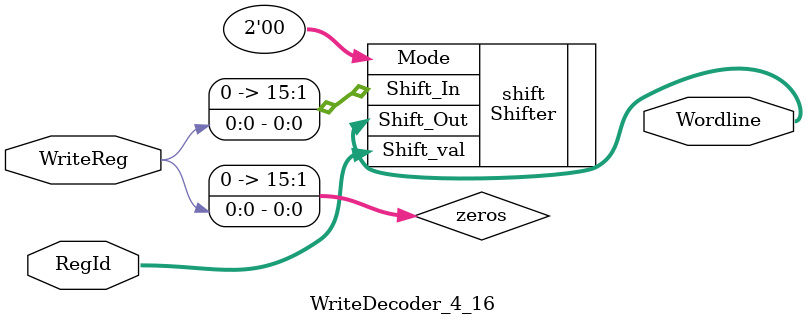
<source format=v>
module WriteDecoder_4_16(
    input [3:0] RegId,
    input WriteReg,
    output [15:0] Wordline
);
//a 4 to 16 decoder that turns a read address into a one-hot 16bit activation mask.
//Depending on WriteReg, either only one bit should be set to a 1 for a given input address or none.

wire [15:0] zeros;
assign zeros = WriteReg;
Shifter shift(.Shift_In(zeros), .Shift_val(RegId), .Mode(2'b00), .Shift_Out(Wordline));
endmodule
</source>
